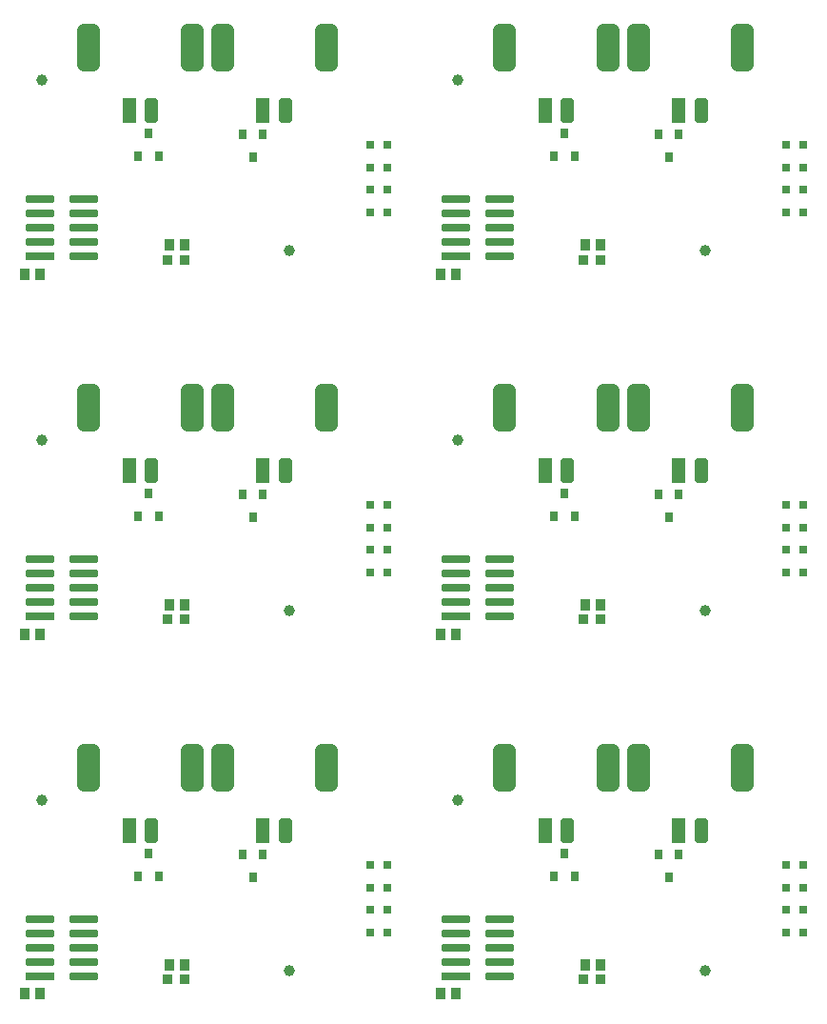
<source format=gbp>
G04*
G04 #@! TF.GenerationSoftware,Altium Limited,Altium Designer,20.0.10 (225)*
G04*
G04 Layer_Color=128*
%FSLAX25Y25*%
%MOIN*%
G70*
G01*
G75*
%ADD10C,0.03937*%
%ADD13R,0.03347X0.03347*%
%ADD14R,0.03543X0.03937*%
%ADD48R,0.03150X0.03543*%
%ADD49R,0.03150X0.03150*%
%ADD50R,0.09843X0.02953*%
G04:AMPARAMS|DCode=51|XSize=29.53mil|YSize=98.43mil|CornerRadius=7.38mil|HoleSize=0mil|Usage=FLASHONLY|Rotation=90.000|XOffset=0mil|YOffset=0mil|HoleType=Round|Shape=RoundedRectangle|*
%AMROUNDEDRECTD51*
21,1,0.02953,0.08366,0,0,90.0*
21,1,0.01476,0.09843,0,0,90.0*
1,1,0.01476,0.04183,0.00738*
1,1,0.01476,0.04183,-0.00738*
1,1,0.01476,-0.04183,-0.00738*
1,1,0.01476,-0.04183,0.00738*
%
%ADD51ROUNDEDRECTD51*%
G04:AMPARAMS|DCode=52|XSize=78.74mil|YSize=165.35mil|CornerRadius=19.68mil|HoleSize=0mil|Usage=FLASHONLY|Rotation=0.000|XOffset=0mil|YOffset=0mil|HoleType=Round|Shape=RoundedRectangle|*
%AMROUNDEDRECTD52*
21,1,0.07874,0.12598,0,0,0.0*
21,1,0.03937,0.16535,0,0,0.0*
1,1,0.03937,0.01968,-0.06299*
1,1,0.03937,-0.01968,-0.06299*
1,1,0.03937,-0.01968,0.06299*
1,1,0.03937,0.01968,0.06299*
%
%ADD52ROUNDEDRECTD52*%
G04:AMPARAMS|DCode=53|XSize=47.24mil|YSize=86.61mil|CornerRadius=11.81mil|HoleSize=0mil|Usage=FLASHONLY|Rotation=0.000|XOffset=0mil|YOffset=0mil|HoleType=Round|Shape=RoundedRectangle|*
%AMROUNDEDRECTD53*
21,1,0.04724,0.06299,0,0,0.0*
21,1,0.02362,0.08661,0,0,0.0*
1,1,0.02362,0.01181,-0.03150*
1,1,0.02362,-0.01181,-0.03150*
1,1,0.02362,-0.01181,0.03150*
1,1,0.02362,0.01181,0.03150*
%
%ADD53ROUNDEDRECTD53*%
%ADD54R,0.04724X0.08661*%
D10*
X44047Y-276968D02*
D03*
X130709Y-336658D02*
D03*
X189716Y-276968D02*
D03*
X276378Y-336658D02*
D03*
X44047Y-150984D02*
D03*
X130709Y-210674D02*
D03*
X189716Y-150984D02*
D03*
X276378Y-210674D02*
D03*
X44047Y-25000D02*
D03*
X130709Y-84689D02*
D03*
X189716Y-25000D02*
D03*
X276378Y-84689D02*
D03*
D13*
X88091Y-339665D02*
D03*
X94193D02*
D03*
X233760D02*
D03*
X239862D02*
D03*
X88091Y-213681D02*
D03*
X94193D02*
D03*
X233760D02*
D03*
X239862D02*
D03*
X88091Y-87697D02*
D03*
X94193D02*
D03*
X233760D02*
D03*
X239862D02*
D03*
D14*
X43504Y-344685D02*
D03*
X38189D02*
D03*
X88878Y-334547D02*
D03*
X94193D02*
D03*
X189173Y-344685D02*
D03*
X183858D02*
D03*
X234547Y-334547D02*
D03*
X239862D02*
D03*
X43504Y-218701D02*
D03*
X38189D02*
D03*
X88878Y-208563D02*
D03*
X94193D02*
D03*
X189173Y-218701D02*
D03*
X183858D02*
D03*
X234547Y-208563D02*
D03*
X239862D02*
D03*
X43504Y-92716D02*
D03*
X38189D02*
D03*
X88878Y-82579D02*
D03*
X94193D02*
D03*
X189173Y-92716D02*
D03*
X183858D02*
D03*
X234547Y-82579D02*
D03*
X239862D02*
D03*
D48*
X118110Y-303838D02*
D03*
X114567Y-295965D02*
D03*
X121654D02*
D03*
X81496Y-295571D02*
D03*
X77953Y-303445D02*
D03*
X85039D02*
D03*
X263780Y-303838D02*
D03*
X260236Y-295965D02*
D03*
X267323D02*
D03*
X227166Y-295571D02*
D03*
X223622Y-303445D02*
D03*
X230709D02*
D03*
X118110Y-177854D02*
D03*
X114567Y-169980D02*
D03*
X121654D02*
D03*
X81496Y-169587D02*
D03*
X77953Y-177461D02*
D03*
X85039D02*
D03*
X263780Y-177854D02*
D03*
X260236Y-169980D02*
D03*
X267323D02*
D03*
X227166Y-169587D02*
D03*
X223622Y-177461D02*
D03*
X230709D02*
D03*
X118110Y-51870D02*
D03*
X114567Y-43996D02*
D03*
X121654D02*
D03*
X81496Y-43602D02*
D03*
X77953Y-51476D02*
D03*
X85039D02*
D03*
X263780Y-51870D02*
D03*
X260236Y-43996D02*
D03*
X267323D02*
D03*
X227166Y-43602D02*
D03*
X223622Y-51476D02*
D03*
X230709D02*
D03*
D49*
X159252Y-323130D02*
D03*
X165157D02*
D03*
X159252Y-315256D02*
D03*
X165157D02*
D03*
X159252Y-307382D02*
D03*
X165157D02*
D03*
X159252Y-299508D02*
D03*
X165157D02*
D03*
X304921Y-323130D02*
D03*
X310827D02*
D03*
X304921Y-315256D02*
D03*
X310827D02*
D03*
X304921Y-307382D02*
D03*
X310827D02*
D03*
X304921Y-299508D02*
D03*
X310827D02*
D03*
X159252Y-197146D02*
D03*
X165157D02*
D03*
X159252Y-189272D02*
D03*
X165157D02*
D03*
X159252Y-181397D02*
D03*
X165157D02*
D03*
X159252Y-173523D02*
D03*
X165157D02*
D03*
X304921Y-197146D02*
D03*
X310827D02*
D03*
X304921Y-189272D02*
D03*
X310827D02*
D03*
X304921Y-181397D02*
D03*
X310827D02*
D03*
X304921Y-173523D02*
D03*
X310827D02*
D03*
X159252Y-71161D02*
D03*
X165157D02*
D03*
X159252Y-63287D02*
D03*
X165157D02*
D03*
X159252Y-55413D02*
D03*
X165157D02*
D03*
X159252Y-47539D02*
D03*
X165157D02*
D03*
X304921Y-71161D02*
D03*
X310827D02*
D03*
X304921Y-63287D02*
D03*
X310827D02*
D03*
X304921Y-55413D02*
D03*
X310827D02*
D03*
X304921Y-47539D02*
D03*
X310827D02*
D03*
D50*
X43504Y-338642D02*
D03*
X189173D02*
D03*
X43504Y-212657D02*
D03*
X189173D02*
D03*
X43504Y-86673D02*
D03*
X189173D02*
D03*
D51*
X58858Y-338642D02*
D03*
Y-333642D02*
D03*
X43504D02*
D03*
X58858Y-328642D02*
D03*
X43504D02*
D03*
X58858Y-323642D02*
D03*
X43504D02*
D03*
X58858Y-318642D02*
D03*
X43504D02*
D03*
X204528Y-338642D02*
D03*
Y-333642D02*
D03*
X189173D02*
D03*
X204528Y-328642D02*
D03*
X189173D02*
D03*
X204528Y-323642D02*
D03*
X189173D02*
D03*
X204528Y-318642D02*
D03*
X189173D02*
D03*
X58858Y-212657D02*
D03*
Y-207657D02*
D03*
X43504D02*
D03*
X58858Y-202657D02*
D03*
X43504D02*
D03*
X58858Y-197657D02*
D03*
X43504D02*
D03*
X58858Y-192657D02*
D03*
X43504D02*
D03*
X204528Y-212657D02*
D03*
Y-207657D02*
D03*
X189173D02*
D03*
X204528Y-202657D02*
D03*
X189173D02*
D03*
X204528Y-197657D02*
D03*
X189173D02*
D03*
X204528Y-192657D02*
D03*
X189173D02*
D03*
X58858Y-86673D02*
D03*
Y-81673D02*
D03*
X43504D02*
D03*
X58858Y-76673D02*
D03*
X43504D02*
D03*
X58858Y-71673D02*
D03*
X43504D02*
D03*
X58858Y-66673D02*
D03*
X43504D02*
D03*
X204528Y-86673D02*
D03*
Y-81673D02*
D03*
X189173D02*
D03*
X204528Y-76673D02*
D03*
X189173D02*
D03*
X204528Y-71673D02*
D03*
X189173D02*
D03*
X204528Y-66673D02*
D03*
X189173D02*
D03*
D52*
X60630Y-265650D02*
D03*
X96850D02*
D03*
X107480D02*
D03*
X143701D02*
D03*
X206299D02*
D03*
X242520D02*
D03*
X253150D02*
D03*
X289370D02*
D03*
X60630Y-139665D02*
D03*
X96850D02*
D03*
X107480D02*
D03*
X143701D02*
D03*
X206299D02*
D03*
X242520D02*
D03*
X253150D02*
D03*
X289370D02*
D03*
X60630Y-13681D02*
D03*
X96850D02*
D03*
X107480D02*
D03*
X143701D02*
D03*
X206299D02*
D03*
X242520D02*
D03*
X253150D02*
D03*
X289370D02*
D03*
D53*
X82677Y-287618D02*
D03*
X129528D02*
D03*
X228347D02*
D03*
X275197D02*
D03*
X82677Y-161634D02*
D03*
X129528D02*
D03*
X228347D02*
D03*
X275197D02*
D03*
X82677Y-35649D02*
D03*
X129528D02*
D03*
X228347D02*
D03*
X275197D02*
D03*
D54*
X74803Y-287618D02*
D03*
X121654D02*
D03*
X220473D02*
D03*
X267323D02*
D03*
X74803Y-161634D02*
D03*
X121654D02*
D03*
X220473D02*
D03*
X267323D02*
D03*
X74803Y-35649D02*
D03*
X121654D02*
D03*
X220473D02*
D03*
X267323D02*
D03*
M02*

</source>
